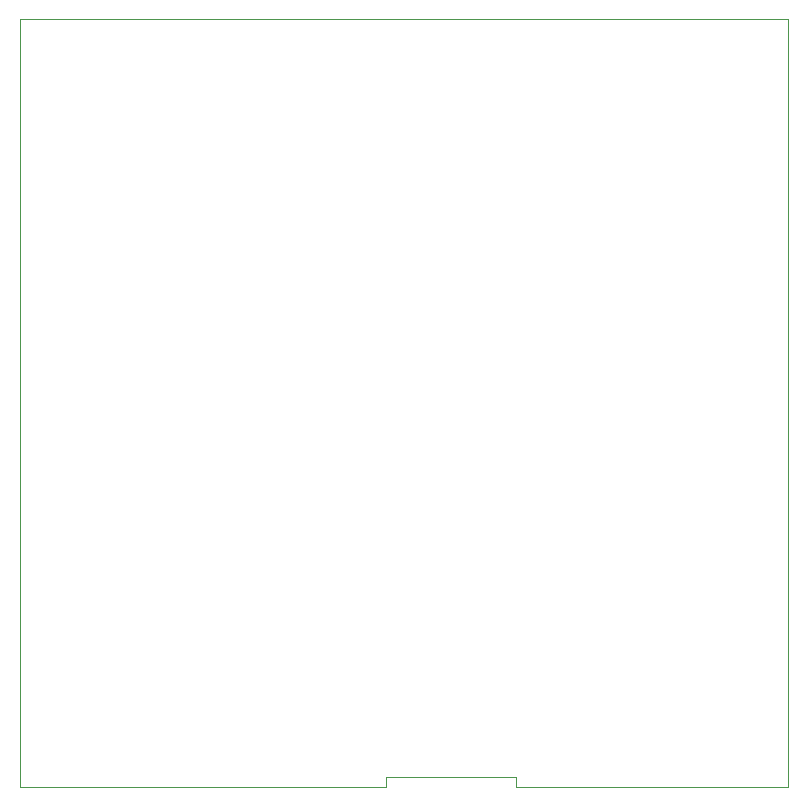
<source format=gbr>
%TF.GenerationSoftware,KiCad,Pcbnew,7.0.10*%
%TF.CreationDate,2024-03-01T12:09:53-06:00*%
%TF.ProjectId,ESP32,45535033-322e-46b6-9963-61645f706362,rev?*%
%TF.SameCoordinates,Original*%
%TF.FileFunction,Profile,NP*%
%FSLAX46Y46*%
G04 Gerber Fmt 4.6, Leading zero omitted, Abs format (unit mm)*
G04 Created by KiCad (PCBNEW 7.0.10) date 2024-03-01 12:09:53*
%MOMM*%
%LPD*%
G01*
G04 APERTURE LIST*
%TA.AperFunction,Profile*%
%ADD10C,0.100000*%
%TD*%
G04 APERTURE END LIST*
D10*
X144500000Y-133000000D02*
X121500000Y-133000000D01*
X79500000Y-68000000D02*
X79500000Y-133000000D01*
X110500000Y-132100000D02*
X110500000Y-133000000D01*
X144500000Y-68000000D02*
X79500000Y-68000000D01*
X121500000Y-133000000D02*
X121500000Y-132100000D01*
X110500000Y-133000000D02*
X79500000Y-133000000D01*
X110500000Y-132100000D02*
X121500000Y-132100000D01*
X144500000Y-68000000D02*
X144500000Y-133000000D01*
M02*

</source>
